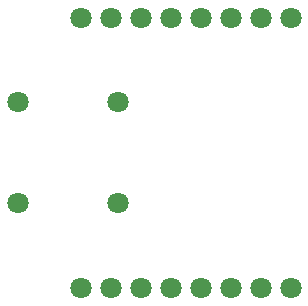
<source format=gbr>
G04 DipTrace 3.2.0.1*
G04 BottomMask.gbr*
%MOIN*%
G04 #@! TF.FileFunction,Soldermask,Bot*
G04 #@! TF.Part,Single*
%ADD36C,0.070866*%
%FSLAX26Y26*%
G04*
G70*
G90*
G75*
G01*
G04 BotMask*
%LPD*%
D36*
X801147Y1066370D3*
Y732304D3*
X467081D3*
Y1066370D3*
X676123Y447638D3*
X776123D3*
X876123D3*
X976123D3*
X1076123D3*
X1176123D3*
X1276123D3*
X1376123D3*
Y1347638D3*
X1276123D3*
X1176123D3*
X1076123D3*
X976123D3*
X876123D3*
X776123D3*
X676123D3*
M02*

</source>
